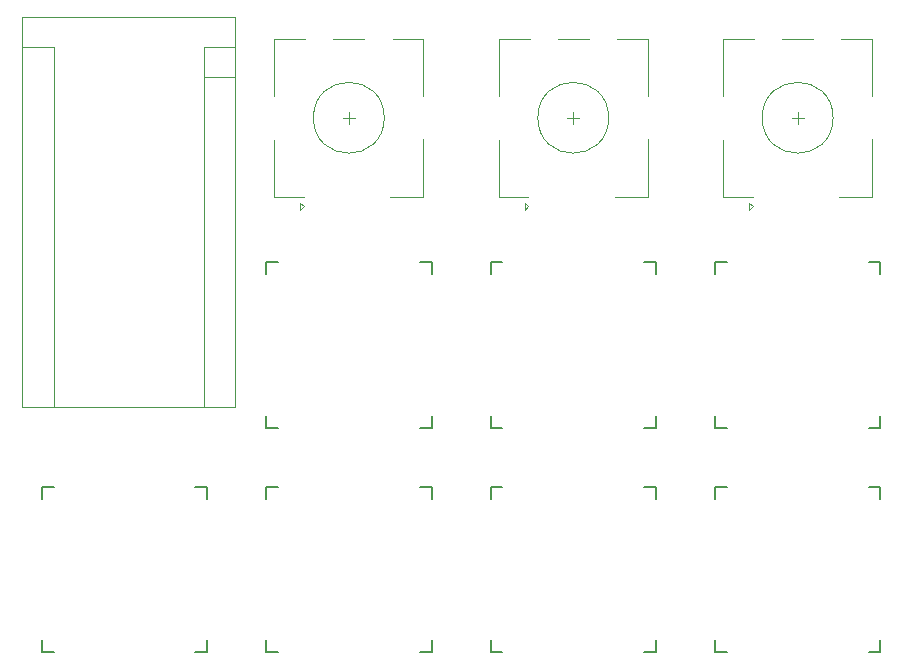
<source format=gbr>
%TF.GenerationSoftware,KiCad,Pcbnew,7.0.9*%
%TF.CreationDate,2023-11-21T21:31:42+09:00*%
%TF.ProjectId,celeron_kb_1,63656c65-726f-46e5-9f6b-625f312e6b69,rev?*%
%TF.SameCoordinates,Original*%
%TF.FileFunction,Legend,Top*%
%TF.FilePolarity,Positive*%
%FSLAX46Y46*%
G04 Gerber Fmt 4.6, Leading zero omitted, Abs format (unit mm)*
G04 Created by KiCad (PCBNEW 7.0.9) date 2023-11-21 21:31:42*
%MOMM*%
%LPD*%
G01*
G04 APERTURE LIST*
%ADD10C,0.120000*%
%ADD11C,0.150000*%
G04 APERTURE END LIST*
D10*
%TO.C,E2*%
X133900000Y-69550000D02*
X133900000Y-68950000D01*
X134200000Y-69250000D02*
X133900000Y-69550000D01*
X133900000Y-68950000D02*
X134200000Y-69250000D01*
X131700000Y-68450000D02*
X134200000Y-68450000D01*
X144300000Y-68450000D02*
X141500000Y-68450000D01*
X131700000Y-63650000D02*
X131700000Y-68450000D01*
X144300000Y-63550000D02*
X144300000Y-68450000D01*
X138000000Y-62250000D02*
X138000000Y-61250000D01*
X137500000Y-61750000D02*
X138500000Y-61750000D01*
X131700000Y-59950000D02*
X131700000Y-55050000D01*
X131700000Y-55050000D02*
X134300000Y-55050000D01*
X136700000Y-55050000D02*
X139300000Y-55050000D01*
X141700000Y-55050000D02*
X144300000Y-55050000D01*
X144300000Y-55050000D02*
X144300000Y-59950000D01*
X141000000Y-61750000D02*
G75*
G03*
X141000000Y-61750000I-3000000J0D01*
G01*
D11*
%TO.C,SW1*%
X112000000Y-75000000D02*
X112000000Y-74000000D01*
X112000000Y-88000000D02*
X112000000Y-87000000D01*
X112000000Y-88000000D02*
X113000000Y-88000000D01*
X113000000Y-74000000D02*
X112000000Y-74000000D01*
X125000000Y-88000000D02*
X126000000Y-88000000D01*
X126000000Y-74000000D02*
X125000000Y-74000000D01*
X126000000Y-74000000D02*
X126000000Y-75000000D01*
X126000000Y-87000000D02*
X126000000Y-88000000D01*
D10*
%TO.C,promicro*%
X91348000Y-53210000D02*
X96428000Y-53210000D01*
X91348000Y-86230000D02*
X91348000Y-53210000D01*
X94015000Y-55750000D02*
X91345000Y-55750000D01*
X94015000Y-83690000D02*
X94015000Y-55750000D01*
X94015000Y-83690000D02*
X94015000Y-86230000D01*
X94015000Y-86230000D02*
X91348000Y-86230000D01*
X96428000Y-53210000D02*
X104302000Y-53210000D01*
X104302000Y-53210000D02*
X109382000Y-53210000D01*
X106715000Y-55750000D02*
X109385000Y-55750000D01*
X106715000Y-58290000D02*
X109385000Y-58290000D01*
X106715000Y-86230000D02*
X106715000Y-55750000D01*
X106715000Y-86230000D02*
X109385000Y-86230000D01*
X109382000Y-53210000D02*
X109385000Y-86230000D01*
X109382000Y-86230000D02*
X94015000Y-86230000D01*
D11*
%TO.C,SW7*%
X150000000Y-94000000D02*
X150000000Y-93000000D01*
X150000000Y-107000000D02*
X150000000Y-106000000D01*
X150000000Y-107000000D02*
X151000000Y-107000000D01*
X151000000Y-93000000D02*
X150000000Y-93000000D01*
X163000000Y-107000000D02*
X164000000Y-107000000D01*
X164000000Y-93000000D02*
X163000000Y-93000000D01*
X164000000Y-93000000D02*
X164000000Y-94000000D01*
X164000000Y-106000000D02*
X164000000Y-107000000D01*
%TO.C,SW5*%
X112000000Y-94000000D02*
X112000000Y-93000000D01*
X112000000Y-107000000D02*
X112000000Y-106000000D01*
X112000000Y-107000000D02*
X113000000Y-107000000D01*
X113000000Y-93000000D02*
X112000000Y-93000000D01*
X125000000Y-107000000D02*
X126000000Y-107000000D01*
X126000000Y-93000000D02*
X125000000Y-93000000D01*
X126000000Y-93000000D02*
X126000000Y-94000000D01*
X126000000Y-106000000D02*
X126000000Y-107000000D01*
D10*
%TO.C,E3*%
X152900000Y-69550000D02*
X152900000Y-68950000D01*
X153200000Y-69250000D02*
X152900000Y-69550000D01*
X152900000Y-68950000D02*
X153200000Y-69250000D01*
X150700000Y-68450000D02*
X153200000Y-68450000D01*
X163300000Y-68450000D02*
X160500000Y-68450000D01*
X150700000Y-63650000D02*
X150700000Y-68450000D01*
X163300000Y-63550000D02*
X163300000Y-68450000D01*
X157000000Y-62250000D02*
X157000000Y-61250000D01*
X156500000Y-61750000D02*
X157500000Y-61750000D01*
X150700000Y-59950000D02*
X150700000Y-55050000D01*
X150700000Y-55050000D02*
X153300000Y-55050000D01*
X155700000Y-55050000D02*
X158300000Y-55050000D01*
X160700000Y-55050000D02*
X163300000Y-55050000D01*
X163300000Y-55050000D02*
X163300000Y-59950000D01*
X160000000Y-61750000D02*
G75*
G03*
X160000000Y-61750000I-3000000J0D01*
G01*
%TO.C,E1*%
X114900000Y-69550000D02*
X114900000Y-68950000D01*
X115200000Y-69250000D02*
X114900000Y-69550000D01*
X114900000Y-68950000D02*
X115200000Y-69250000D01*
X112700000Y-68450000D02*
X115200000Y-68450000D01*
X125300000Y-68450000D02*
X122500000Y-68450000D01*
X112700000Y-63650000D02*
X112700000Y-68450000D01*
X125300000Y-63550000D02*
X125300000Y-68450000D01*
X119000000Y-62250000D02*
X119000000Y-61250000D01*
X118500000Y-61750000D02*
X119500000Y-61750000D01*
X112700000Y-59950000D02*
X112700000Y-55050000D01*
X112700000Y-55050000D02*
X115300000Y-55050000D01*
X117700000Y-55050000D02*
X120300000Y-55050000D01*
X122700000Y-55050000D02*
X125300000Y-55050000D01*
X125300000Y-55050000D02*
X125300000Y-59950000D01*
X122000000Y-61750000D02*
G75*
G03*
X122000000Y-61750000I-3000000J0D01*
G01*
D11*
%TO.C,SW4*%
X93000000Y-94000000D02*
X93000000Y-93000000D01*
X93000000Y-107000000D02*
X93000000Y-106000000D01*
X93000000Y-107000000D02*
X94000000Y-107000000D01*
X94000000Y-93000000D02*
X93000000Y-93000000D01*
X106000000Y-107000000D02*
X107000000Y-107000000D01*
X107000000Y-93000000D02*
X106000000Y-93000000D01*
X107000000Y-93000000D02*
X107000000Y-94000000D01*
X107000000Y-106000000D02*
X107000000Y-107000000D01*
%TO.C,SW6*%
X131000000Y-94000000D02*
X131000000Y-93000000D01*
X131000000Y-107000000D02*
X131000000Y-106000000D01*
X131000000Y-107000000D02*
X132000000Y-107000000D01*
X132000000Y-93000000D02*
X131000000Y-93000000D01*
X144000000Y-107000000D02*
X145000000Y-107000000D01*
X145000000Y-93000000D02*
X144000000Y-93000000D01*
X145000000Y-93000000D02*
X145000000Y-94000000D01*
X145000000Y-106000000D02*
X145000000Y-107000000D01*
%TO.C,SW3*%
X150000000Y-75000000D02*
X150000000Y-74000000D01*
X150000000Y-88000000D02*
X150000000Y-87000000D01*
X150000000Y-88000000D02*
X151000000Y-88000000D01*
X151000000Y-74000000D02*
X150000000Y-74000000D01*
X163000000Y-88000000D02*
X164000000Y-88000000D01*
X164000000Y-74000000D02*
X163000000Y-74000000D01*
X164000000Y-74000000D02*
X164000000Y-75000000D01*
X164000000Y-87000000D02*
X164000000Y-88000000D01*
%TO.C,SW2*%
X131000000Y-75000000D02*
X131000000Y-74000000D01*
X131000000Y-88000000D02*
X131000000Y-87000000D01*
X131000000Y-88000000D02*
X132000000Y-88000000D01*
X132000000Y-74000000D02*
X131000000Y-74000000D01*
X144000000Y-88000000D02*
X145000000Y-88000000D01*
X145000000Y-74000000D02*
X144000000Y-74000000D01*
X145000000Y-74000000D02*
X145000000Y-75000000D01*
X145000000Y-87000000D02*
X145000000Y-88000000D01*
%TD*%
M02*

</source>
